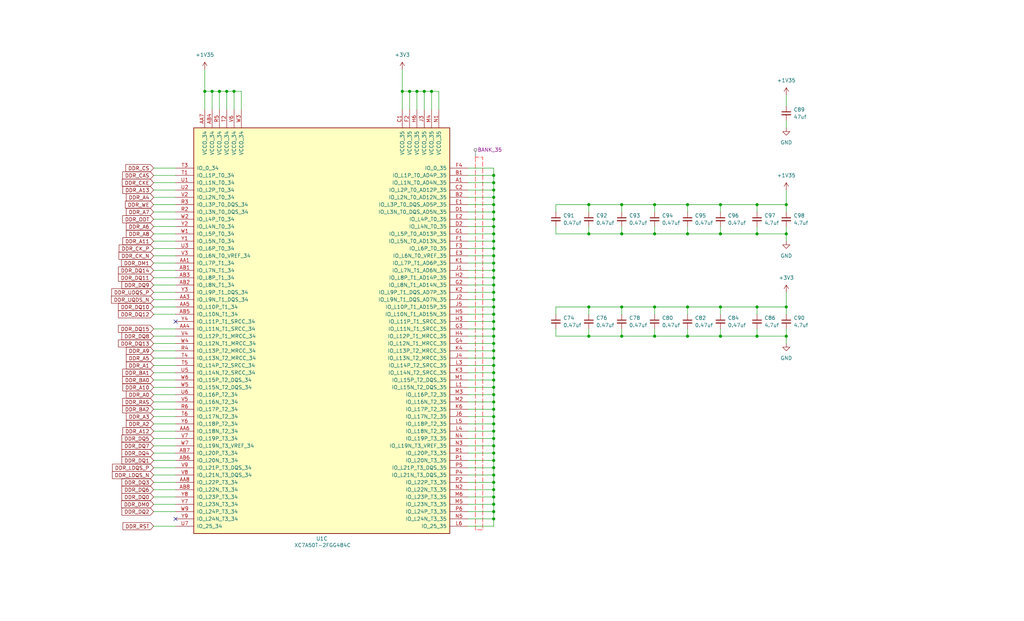
<source format=kicad_sch>
(kicad_sch (version 20250114) (generator "eeschema") (generator_version "9.0")
  (paper "USLegal")
  (junction (at 171.45 162.56))
  (junction (at 215.9 116.84))
  (junction (at 171.45 73.66))
  (junction (at 171.45 119.38))
  (junction (at 149.86 31.75))
  (junction (at 171.45 66.04))
  (junction (at 171.45 109.22))
  (junction (at 78.74 31.75))
  (junction (at 139.7 31.75))
  (junction (at 238.76 106.68))
  (junction (at 171.45 93.98))
  (junction (at 73.66 31.75))
  (junction (at 171.45 132.08))
  (junction (at 238.76 81.28))
  (junction (at 171.45 167.64))
  (junction (at 171.45 175.26))
  (junction (at 262.89 71.12))
  (junction (at 262.89 106.68))
  (junction (at 171.45 177.8))
  (junction (at 171.45 157.48))
  (junction (at 262.89 81.28))
  (junction (at 171.45 106.68))
  (junction (at 171.45 154.94))
  (junction (at 171.45 160.02))
  (junction (at 250.19 106.68))
  (junction (at 171.45 68.58))
  (junction (at 171.45 165.1))
  (junction (at 273.05 116.84))
  (junction (at 227.33 106.68))
  (junction (at 171.45 96.52))
  (junction (at 215.9 106.68))
  (junction (at 171.45 124.46))
  (junction (at 204.47 71.12))
  (junction (at 171.45 88.9))
  (junction (at 227.33 71.12))
  (junction (at 171.45 180.34))
  (junction (at 71.12 31.75))
  (junction (at 273.05 71.12))
  (junction (at 171.45 83.82))
  (junction (at 171.45 101.6))
  (junction (at 273.05 106.68))
  (junction (at 171.45 63.5))
  (junction (at 171.45 116.84))
  (junction (at 250.19 116.84))
  (junction (at 144.78 31.75))
  (junction (at 204.47 81.28))
  (junction (at 171.45 91.44))
  (junction (at 273.05 81.28))
  (junction (at 171.45 129.54))
  (junction (at 171.45 99.06))
  (junction (at 171.45 76.2))
  (junction (at 238.76 116.84))
  (junction (at 215.9 81.28))
  (junction (at 171.45 127))
  (junction (at 227.33 81.28))
  (junction (at 204.47 116.84))
  (junction (at 171.45 78.74))
  (junction (at 81.28 31.75))
  (junction (at 204.47 106.68))
  (junction (at 76.2 31.75))
  (junction (at 171.45 121.92))
  (junction (at 171.45 81.28))
  (junction (at 171.45 71.12))
  (junction (at 171.45 60.96))
  (junction (at 171.45 111.76))
  (junction (at 171.45 142.24))
  (junction (at 171.45 172.72))
  (junction (at 227.33 116.84))
  (junction (at 171.45 170.18))
  (junction (at 147.32 31.75))
  (junction (at 171.45 149.86))
  (junction (at 171.45 134.62))
  (junction (at 171.45 86.36))
  (junction (at 171.45 144.78))
  (junction (at 171.45 104.14))
  (junction (at 238.76 71.12))
  (junction (at 171.45 147.32))
  (junction (at 215.9 71.12))
  (junction (at 142.24 31.75))
  (junction (at 250.19 81.28))
  (junction (at 171.45 114.3))
  (junction (at 171.45 139.7))
  (junction (at 262.89 116.84))
  (junction (at 171.45 152.4))
  (junction (at 250.19 71.12))
  (junction (at 171.45 137.16))
  (no_connect (at 60.96 180.34))
  (no_connect (at 60.96 111.76))
  (wire (pts (xy 53.34 137.16) (xy 60.96 137.16)))
  (wire (pts (xy 152.4 31.75) (xy 152.4 38.1)))
  (wire (pts (xy 171.45 144.78) (xy 162.56 144.78)))
  (wire (pts (xy 53.34 175.26) (xy 60.96 175.26)))
  (wire (pts (xy 53.34 68.58) (xy 60.96 68.58)))
  (wire (pts (xy 53.34 66.04) (xy 60.96 66.04)))
  (wire (pts (xy 215.9 116.84) (xy 227.33 116.84)))
  (wire (pts (xy 171.45 60.96) (xy 162.56 60.96)))
  (wire (pts (xy 53.34 73.66) (xy 60.96 73.66)))
  (wire (pts (xy 250.19 78.74) (xy 250.19 81.28)))
  (wire (pts (xy 171.45 172.72) (xy 171.45 175.26)))
  (wire (pts (xy 53.34 81.28) (xy 60.96 81.28)))
  (wire (pts (xy 83.82 31.75) (xy 83.82 38.1)))
  (wire (pts (xy 171.45 137.16) (xy 171.45 139.7)))
  (wire (pts (xy 171.45 170.18) (xy 171.45 172.72)))
  (wire (pts (xy 171.45 129.54) (xy 162.56 129.54)))
  (wire (pts (xy 204.47 71.12) (xy 204.47 73.66)))
  (wire (pts (xy 227.33 106.68) (xy 238.76 106.68)))
  (wire (pts (xy 144.78 31.75) (xy 144.78 38.1)))
  (wire (pts (xy 171.45 127) (xy 162.56 127)))
  (wire (pts (xy 171.45 111.76) (xy 171.45 114.3)))
  (wire (pts (xy 53.34 88.9) (xy 60.96 88.9)))
  (wire (pts (xy 149.86 31.75) (xy 149.86 38.1)))
  (wire (pts (xy 53.34 167.64) (xy 60.96 167.64)))
  (wire (pts (xy 171.45 73.66) (xy 171.45 76.2)))
  (wire (pts (xy 171.45 88.9) (xy 171.45 91.44)))
  (wire (pts (xy 171.45 91.44) (xy 171.45 93.98)))
  (wire (pts (xy 238.76 71.12) (xy 238.76 73.66)))
  (wire (pts (xy 171.45 142.24) (xy 171.45 144.78)))
  (wire (pts (xy 171.45 63.5) (xy 171.45 66.04)))
  (wire (pts (xy 53.34 160.02) (xy 60.96 160.02)))
  (wire (pts (xy 73.66 31.75) (xy 76.2 31.75)))
  (wire (pts (xy 171.45 78.74) (xy 162.56 78.74)))
  (wire (pts (xy 262.89 106.68) (xy 262.89 109.22)))
  (wire (pts (xy 171.45 121.92) (xy 171.45 124.46)))
  (wire (pts (xy 215.9 106.68) (xy 227.33 106.68)))
  (wire (pts (xy 273.05 66.04) (xy 273.05 71.12)))
  (wire (pts (xy 53.34 182.88) (xy 60.96 182.88)))
  (wire (pts (xy 53.34 162.56) (xy 60.96 162.56)))
  (wire (pts (xy 53.34 83.82) (xy 60.96 83.82)))
  (wire (pts (xy 262.89 116.84) (xy 273.05 116.84)))
  (wire (pts (xy 171.45 134.62) (xy 162.56 134.62)))
  (wire (pts (xy 171.45 144.78) (xy 171.45 147.32)))
  (wire (pts (xy 78.74 31.75) (xy 78.74 38.1)))
  (wire (pts (xy 250.19 114.3) (xy 250.19 116.84)))
  (wire (pts (xy 171.45 165.1) (xy 171.45 167.64)))
  (wire (pts (xy 250.19 106.68) (xy 262.89 106.68)))
  (wire (pts (xy 171.45 66.04) (xy 171.45 68.58)))
  (wire (pts (xy 273.05 73.66) (xy 273.05 71.12)))
  (wire (pts (xy 193.04 116.84) (xy 204.47 116.84)))
  (wire (pts (xy 250.19 106.68) (xy 250.19 109.22)))
  (wire (pts (xy 53.34 144.78) (xy 60.96 144.78)))
  (wire (pts (xy 53.34 132.08) (xy 60.96 132.08)))
  (wire (pts (xy 193.04 71.12) (xy 204.47 71.12)))
  (wire (pts (xy 273.05 81.28) (xy 273.05 78.74)))
  (wire (pts (xy 53.34 109.22) (xy 60.96 109.22)))
  (wire (pts (xy 171.45 68.58) (xy 162.56 68.58)))
  (wire (pts (xy 171.45 132.08) (xy 171.45 134.62)))
  (wire (pts (xy 53.34 86.36) (xy 60.96 86.36)))
  (wire (pts (xy 227.33 81.28) (xy 238.76 81.28)))
  (wire (pts (xy 171.45 66.04) (xy 162.56 66.04)))
  (wire (pts (xy 53.34 71.12) (xy 60.96 71.12)))
  (wire (pts (xy 53.34 129.54) (xy 60.96 129.54)))
  (wire (pts (xy 193.04 73.66) (xy 193.04 71.12)))
  (wire (pts (xy 71.12 31.75) (xy 73.66 31.75)))
  (wire (pts (xy 171.45 160.02) (xy 171.45 162.56)))
  (wire (pts (xy 171.45 109.22) (xy 162.56 109.22)))
  (wire (pts (xy 53.34 91.44) (xy 60.96 91.44)))
  (wire (pts (xy 193.04 106.68) (xy 204.47 106.68)))
  (wire (pts (xy 171.45 180.34) (xy 162.56 180.34)))
  (wire (pts (xy 171.45 116.84) (xy 171.45 119.38)))
  (wire (pts (xy 238.76 106.68) (xy 238.76 109.22)))
  (wire (pts (xy 53.34 154.94) (xy 60.96 154.94)))
  (wire (pts (xy 171.45 76.2) (xy 171.45 78.74)))
  (wire (pts (xy 193.04 114.3) (xy 193.04 116.84)))
  (wire (pts (xy 171.45 114.3) (xy 162.56 114.3)))
  (wire (pts (xy 227.33 71.12) (xy 227.33 73.66)))
  (wire (pts (xy 171.45 175.26) (xy 162.56 175.26)))
  (wire (pts (xy 147.32 31.75) (xy 147.32 38.1)))
  (wire (pts (xy 238.76 116.84) (xy 250.19 116.84)))
  (wire (pts (xy 227.33 78.74) (xy 227.33 81.28)))
  (wire (pts (xy 171.45 81.28) (xy 171.45 83.82)))
  (wire (pts (xy 53.34 149.86) (xy 60.96 149.86)))
  (wire (pts (xy 171.45 172.72) (xy 162.56 172.72)))
  (wire (pts (xy 171.45 137.16) (xy 162.56 137.16)))
  (wire (pts (xy 273.05 33.02) (xy 273.05 36.83)))
  (wire (pts (xy 273.05 116.84) (xy 273.05 114.3)))
  (wire (pts (xy 204.47 106.68) (xy 204.47 109.22)))
  (wire (pts (xy 171.45 134.62) (xy 171.45 137.16)))
  (wire (pts (xy 171.45 177.8) (xy 162.56 177.8)))
  (wire (pts (xy 53.34 104.14) (xy 60.96 104.14)))
  (wire (pts (xy 204.47 116.84) (xy 215.9 116.84)))
  (wire (pts (xy 71.12 38.1) (xy 71.12 31.75)))
  (wire (pts (xy 171.45 63.5) (xy 162.56 63.5)))
  (wire (pts (xy 171.45 88.9) (xy 162.56 88.9)))
  (wire (pts (xy 227.33 116.84) (xy 238.76 116.84)))
  (wire (pts (xy 204.47 114.3) (xy 204.47 116.84)))
  (wire (pts (xy 53.34 170.18) (xy 60.96 170.18)))
  (wire (pts (xy 215.9 106.68) (xy 215.9 109.22)))
  (wire (pts (xy 193.04 81.28) (xy 204.47 81.28)))
  (wire (pts (xy 139.7 24.13) (xy 139.7 31.75)))
  (wire (pts (xy 171.45 106.68) (xy 171.45 109.22)))
  (wire (pts (xy 262.89 78.74) (xy 262.89 81.28)))
  (wire (pts (xy 171.45 109.22) (xy 171.45 111.76)))
  (wire (pts (xy 227.33 71.12) (xy 238.76 71.12)))
  (wire (pts (xy 53.34 78.74) (xy 60.96 78.74)))
  (wire (pts (xy 171.45 71.12) (xy 171.45 73.66)))
  (wire (pts (xy 171.45 106.68) (xy 162.56 106.68)))
  (wire (pts (xy 171.45 93.98) (xy 171.45 96.52)))
  (wire (pts (xy 171.45 132.08) (xy 162.56 132.08)))
  (wire (pts (xy 171.45 101.6) (xy 162.56 101.6)))
  (wire (pts (xy 171.45 116.84) (xy 162.56 116.84)))
  (wire (pts (xy 171.45 76.2) (xy 162.56 76.2)))
  (wire (pts (xy 250.19 116.84) (xy 262.89 116.84)))
  (wire (pts (xy 204.47 78.74) (xy 204.47 81.28)))
  (wire (pts (xy 204.47 71.12) (xy 215.9 71.12)))
  (wire (pts (xy 215.9 114.3) (xy 215.9 116.84)))
  (wire (pts (xy 171.45 149.86) (xy 171.45 152.4)))
  (wire (pts (xy 81.28 31.75) (xy 83.82 31.75)))
  (wire (pts (xy 171.45 147.32) (xy 162.56 147.32)))
  (wire (pts (xy 171.45 142.24) (xy 162.56 142.24)))
  (wire (pts (xy 215.9 81.28) (xy 227.33 81.28)))
  (wire (pts (xy 273.05 101.6) (xy 273.05 106.68)))
  (wire (pts (xy 215.9 71.12) (xy 227.33 71.12)))
  (wire (pts (xy 250.19 71.12) (xy 262.89 71.12)))
  (wire (pts (xy 139.7 31.75) (xy 142.24 31.75)))
  (wire (pts (xy 53.34 139.7) (xy 60.96 139.7)))
  (wire (pts (xy 171.45 96.52) (xy 171.45 99.06)))
  (wire (pts (xy 171.45 154.94) (xy 171.45 157.48)))
  (wire (pts (xy 53.34 99.06) (xy 60.96 99.06)))
  (wire (pts (xy 139.7 38.1) (xy 139.7 31.75)))
  (wire (pts (xy 171.45 60.96) (xy 171.45 63.5)))
  (wire (pts (xy 171.45 139.7) (xy 162.56 139.7)))
  (wire (pts (xy 171.45 71.12) (xy 162.56 71.12)))
  (wire (pts (xy 171.45 162.56) (xy 162.56 162.56)))
  (wire (pts (xy 215.9 78.74) (xy 215.9 81.28)))
  (wire (pts (xy 273.05 116.84) (xy 273.05 119.38)))
  (wire (pts (xy 73.66 31.75) (xy 73.66 38.1)))
  (wire (pts (xy 171.45 124.46) (xy 171.45 127)))
  (wire (pts (xy 53.34 165.1) (xy 60.96 165.1)))
  (wire (pts (xy 250.19 81.28) (xy 262.89 81.28)))
  (wire (pts (xy 262.89 71.12) (xy 262.89 73.66)))
  (wire (pts (xy 76.2 31.75) (xy 76.2 38.1)))
  (wire (pts (xy 142.24 31.75) (xy 142.24 38.1)))
  (wire (pts (xy 53.34 119.38) (xy 60.96 119.38)))
  (wire (pts (xy 273.05 109.22) (xy 273.05 106.68)))
  (wire (pts (xy 53.34 101.6) (xy 60.96 101.6)))
  (wire (pts (xy 171.45 167.64) (xy 162.56 167.64)))
  (wire (pts (xy 171.45 152.4) (xy 162.56 152.4)))
  (wire (pts (xy 171.45 93.98) (xy 162.56 93.98)))
  (wire (pts (xy 171.45 104.14) (xy 162.56 104.14)))
  (wire (pts (xy 171.45 99.06) (xy 162.56 99.06)))
  (wire (pts (xy 250.19 71.12) (xy 250.19 73.66)))
  (wire (pts (xy 204.47 81.28) (xy 215.9 81.28)))
  (wire (pts (xy 71.12 24.13) (xy 71.12 31.75)))
  (wire (pts (xy 142.24 31.75) (xy 144.78 31.75)))
  (wire (pts (xy 53.34 114.3) (xy 60.96 114.3)))
  (wire (pts (xy 171.45 81.28) (xy 162.56 81.28)))
  (wire (pts (xy 204.47 106.68) (xy 215.9 106.68)))
  (wire (pts (xy 53.34 58.42) (xy 60.96 58.42)))
  (wire (pts (xy 53.34 134.62) (xy 60.96 134.62)))
  (wire (pts (xy 171.45 129.54) (xy 171.45 132.08)))
  (wire (pts (xy 171.45 114.3) (xy 171.45 116.84)))
  (wire (pts (xy 171.45 78.74) (xy 171.45 81.28)))
  (wire (pts (xy 78.74 31.75) (xy 81.28 31.75)))
  (wire (pts (xy 53.34 152.4) (xy 60.96 152.4)))
  (wire (pts (xy 53.34 127) (xy 60.96 127)))
  (wire (pts (xy 171.45 180.34) (xy 171.45 182.88)))
  (wire (pts (xy 171.45 119.38) (xy 162.56 119.38)))
  (wire (pts (xy 53.34 93.98) (xy 60.96 93.98)))
  (wire (pts (xy 171.45 152.4) (xy 171.45 154.94)))
  (wire (pts (xy 171.45 124.46) (xy 162.56 124.46)))
  (wire (pts (xy 171.45 101.6) (xy 171.45 104.14)))
  (wire (pts (xy 171.45 91.44) (xy 162.56 91.44)))
  (wire (pts (xy 171.45 99.06) (xy 171.45 101.6)))
  (wire (pts (xy 171.45 83.82) (xy 171.45 86.36)))
  (wire (pts (xy 238.76 71.12) (xy 250.19 71.12)))
  (wire (pts (xy 149.86 31.75) (xy 152.4 31.75)))
  (wire (pts (xy 144.78 31.75) (xy 147.32 31.75)))
  (wire (pts (xy 81.28 31.75) (xy 81.28 38.1)))
  (wire (pts (xy 53.34 76.2) (xy 60.96 76.2)))
  (wire (pts (xy 171.45 147.32) (xy 171.45 149.86)))
  (wire (pts (xy 171.45 157.48) (xy 162.56 157.48)))
  (wire (pts (xy 171.45 162.56) (xy 171.45 165.1)))
  (wire (pts (xy 273.05 41.91) (xy 273.05 44.45)))
  (wire (pts (xy 171.45 96.52) (xy 162.56 96.52)))
  (wire (pts (xy 53.34 63.5) (xy 60.96 63.5)))
  (wire (pts (xy 262.89 81.28) (xy 273.05 81.28)))
  (wire (pts (xy 171.45 127) (xy 171.45 129.54)))
  (wire (pts (xy 171.45 104.14) (xy 171.45 106.68)))
  (wire (pts (xy 171.45 182.88) (xy 162.56 182.88)))
  (wire (pts (xy 171.45 119.38) (xy 171.45 121.92)))
  (wire (pts (xy 193.04 78.74) (xy 193.04 81.28)))
  (wire (pts (xy 53.34 147.32) (xy 60.96 147.32)))
  (wire (pts (xy 238.76 81.28) (xy 250.19 81.28)))
  (wire (pts (xy 162.56 58.42) (xy 171.45 58.42)))
  (wire (pts (xy 171.45 73.66) (xy 162.56 73.66)))
  (wire (pts (xy 171.45 177.8) (xy 171.45 180.34)))
  (wire (pts (xy 53.34 172.72) (xy 60.96 172.72)))
  (wire (pts (xy 171.45 154.94) (xy 162.56 154.94)))
  (wire (pts (xy 215.9 71.12) (xy 215.9 73.66)))
  (wire (pts (xy 171.45 86.36) (xy 162.56 86.36)))
  (wire (pts (xy 53.34 121.92) (xy 60.96 121.92)))
  (wire (pts (xy 53.34 177.8) (xy 60.96 177.8)))
  (wire (pts (xy 53.34 142.24) (xy 60.96 142.24)))
  (wire (pts (xy 171.45 86.36) (xy 171.45 88.9)))
  (wire (pts (xy 76.2 31.75) (xy 78.74 31.75)))
  (wire (pts (xy 238.76 114.3) (xy 238.76 116.84)))
  (wire (pts (xy 171.45 157.48) (xy 171.45 160.02)))
  (wire (pts (xy 193.04 109.22) (xy 193.04 106.68)))
  (wire (pts (xy 262.89 114.3) (xy 262.89 116.84)))
  (wire (pts (xy 171.45 111.76) (xy 162.56 111.76)))
  (wire (pts (xy 227.33 106.68) (xy 227.33 109.22)))
  (wire (pts (xy 53.34 60.96) (xy 60.96 60.96)))
  (wire (pts (xy 171.45 83.82) (xy 162.56 83.82)))
  (wire (pts (xy 171.45 167.64) (xy 171.45 170.18)))
  (wire (pts (xy 171.45 68.58) (xy 171.45 71.12)))
  (wire (pts (xy 171.45 58.42) (xy 171.45 60.96)))
  (wire (pts (xy 171.45 175.26) (xy 171.45 177.8)))
  (wire (pts (xy 53.34 124.46) (xy 60.96 124.46)))
  (wire (pts (xy 171.45 121.92) (xy 162.56 121.92)))
  (wire (pts (xy 53.34 157.48) (xy 60.96 157.48)))
  (wire (pts (xy 147.32 31.75) (xy 149.86 31.75)))
  (wire (pts (xy 238.76 106.68) (xy 250.19 106.68)))
  (wire (pts (xy 171.45 149.86) (xy 162.56 149.86)))
  (wire (pts (xy 53.34 96.52) (xy 60.96 96.52)))
  (wire (pts (xy 171.45 170.18) (xy 162.56 170.18)))
  (wire (pts (xy 171.45 160.02) (xy 162.56 160.02)))
  (wire (pts (xy 53.34 116.84) (xy 60.96 116.84)))
  (wire (pts (xy 273.05 81.28) (xy 273.05 83.82)))
  (wire (pts (xy 227.33 114.3) (xy 227.33 116.84)))
  (wire (pts (xy 262.89 71.12) (xy 273.05 71.12)))
  (wire (pts (xy 53.34 106.68) (xy 60.96 106.68)))
  (wire (pts (xy 262.89 106.68) (xy 273.05 106.68)))
  (wire (pts (xy 171.45 165.1) (xy 162.56 165.1)))
  (wire (pts (xy 238.76 78.74) (xy 238.76 81.28)))
  (wire (pts (xy 171.45 139.7) (xy 171.45 142.24)))
  (global_label "DDR_BA0" (shape input) (at 53.34 132.08 180) (property "Intersheetrefs" "${INTERSHEET_REFS}" (effects (hide yes))))
  (global_label "DDR_DQ2" (shape input) (at 53.34 177.8 180) (property "Intersheetrefs" "${INTERSHEET_REFS}" (effects (hide yes))))
  (global_label "DDR_DQ7" (shape input) (at 53.34 154.94 180) (property "Intersheetrefs" "${INTERSHEET_REFS}" (effects (hide yes))))
  (global_label "DDR_A12" (shape input) (at 53.34 149.86 180) (property "Intersheetrefs" "${INTERSHEET_REFS}" (effects (hide yes))))
  (global_label "DDR_RST" (shape input) (at 53.34 182.88 180) (property "Intersheetrefs" "${INTERSHEET_REFS}" (effects (hide yes))))
  (global_label "DDR_A8" (shape input) (at 53.34 81.28 180) (property "Intersheetrefs" "${INTERSHEET_REFS}" (effects (hide yes))))
  (global_label "DDR_CS" (shape input) (at 53.34 58.42 180) (property "Intersheetrefs" "${INTERSHEET_REFS}" (effects (hide yes))))
  (global_label "DDR_DQ5" (shape input) (at 53.34 152.4 180) (property "Intersheetrefs" "${INTERSHEET_REFS}" (effects (hide yes))))
  (global_label "DDR_DQ1" (shape input) (at 53.34 160.02 180) (property "Intersheetrefs" "${INTERSHEET_REFS}" (effects (hide yes))))
  (global_label "DDR_A2" (shape input) (at 53.34 147.32 180) (property "Intersheetrefs" "${INTERSHEET_REFS}" (effects (hide yes))))
  (global_label "DDR_BA2" (shape input) (at 53.34 142.24 180) (property "Intersheetrefs" "${INTERSHEET_REFS}" (effects (hide yes))))
  (global_label "DDR_BA1" (shape input) (at 53.34 129.54 180) (property "Intersheetrefs" "${INTERSHEET_REFS}" (effects (hide yes))))
  (global_label "DDR_DQ3" (shape input) (at 53.34 167.64 180) (property "Intersheetrefs" "${INTERSHEET_REFS}" (effects (hide yes))))
  (global_label "DDR_CKE" (shape input) (at 53.34 63.5 180) (property "Intersheetrefs" "${INTERSHEET_REFS}" (effects (hide yes))))
  (global_label "DDR_DQ9" (shape input) (at 53.34 99.06 180) (property "Intersheetrefs" "${INTERSHEET_REFS}" (effects (hide yes))))
  (global_label "DDR_ODT" (shape input) (at 53.34 76.2 180) (property "Intersheetrefs" "${INTERSHEET_REFS}" (effects (hide yes))))
  (global_label "DDR_A7" (shape input) (at 53.34 73.66 180) (property "Intersheetrefs" "${INTERSHEET_REFS}" (effects (hide yes))))
  (global_label "DDR_DQ0" (shape input) (at 53.34 172.72 180) (property "Intersheetrefs" "${INTERSHEET_REFS}" (effects (hide yes))))
  (global_label "DDR_RAS" (shape input) (at 53.34 139.7 180) (property "Intersheetrefs" "${INTERSHEET_REFS}" (effects (hide yes))))
  (global_label "DDR_DQ11" (shape input) (at 53.34 96.52 180) (property "Intersheetrefs" "${INTERSHEET_REFS}" (effects (hide yes))))
  (global_label "DDR_A1" (shape input) (at 53.34 127 180) (property "Intersheetrefs" "${INTERSHEET_REFS}" (effects (hide yes))))
  (global_label "DDR_CK_P" (shape input) (at 53.34 86.36 180) (property "Intersheetrefs" "${INTERSHEET_REFS}" (effects (hide yes))))
  (global_label "DDR_UDQS_P" (shape input) (at 53.34 101.6 180) (property "Intersheetrefs" "${INTERSHEET_REFS}" (effects (hide yes))))
  (global_label "DDR_DQ8" (shape input) (at 53.34 116.84 180) (property "Intersheetrefs" "${INTERSHEET_REFS}" (effects (hide yes))))
  (global_label "DDR_A6" (shape input) (at 53.34 78.74 180) (property "Intersheetrefs" "${INTERSHEET_REFS}" (effects (hide yes))))
  (global_label "DDR_DM0" (shape input) (at 53.34 175.26 180) (property "Intersheetrefs" "${INTERSHEET_REFS}" (effects (hide yes))))
  (global_label "DDR_A5" (shape input) (at 53.34 124.46 180) (property "Intersheetrefs" "${INTERSHEET_REFS}" (effects (hide yes))))
  (global_label "DDR_A4" (shape input) (at 53.34 68.58 180) (property "Intersheetrefs" "${INTERSHEET_REFS}" (effects (hide yes))))
  (global_label "DDR_A9" (shape input) (at 53.34 121.92 180) (property "Intersheetrefs" "${INTERSHEET_REFS}" (effects (hide yes))))
  (global_label "DDR_DM1" (shape input) (at 53.34 91.44 180) (property "Intersheetrefs" "${INTERSHEET_REFS}" (effects (hide yes))))
  (global_label "DDR_DQ12" (shape input) (at 53.34 109.22 180) (property "Intersheetrefs" "${INTERSHEET_REFS}" (effects (hide yes))))
  (global_label "DDR_A13" (shape input) (at 53.34 66.04 180) (property "Intersheetrefs" "${INTERSHEET_REFS}" (effects (hide yes))))
  (global_label "DDR_DQ10" (shape input) (at 53.34 106.68 180) (property "Intersheetrefs" "${INTERSHEET_REFS}" (effects (hide yes))))
  (global_label "DDR_A3" (shape input) (at 53.34 144.78 180) (property "Intersheetrefs" "${INTERSHEET_REFS}" (effects (hide yes))))
  (global_label "DDR_A0" (shape input) (at 53.34 137.16 180) (property "Intersheetrefs" "${INTERSHEET_REFS}" (effects (hide yes))))
  (global_label "DDR_DQ15" (shape input) (at 53.34 114.3 180) (property "Intersheetrefs" "${INTERSHEET_REFS}" (effects (hide yes))))
  (global_label "DDR_CK_N" (shape input) (at 53.34 88.9 180) (property "Intersheetrefs" "${INTERSHEET_REFS}" (effects (hide yes))))
  (global_label "DDR_DQ6" (shape input) (at 53.34 170.18 180) (property "Intersheetrefs" "${INTERSHEET_REFS}" (effects (hide yes))))
  (global_label "DDR_LDQS_P" (shape input) (at 53.34 162.56 180) (property "Intersheetrefs" "${INTERSHEET_REFS}" (effects (hide yes))))
  (global_label "DDR_UQDS_N" (shape input) (at 53.34 104.14 180) (property "Intersheetrefs" "${INTERSHEET_REFS}" (effects (hide yes))))
  (global_label "DDR_DQ13" (shape input) (at 53.34 119.38 180) (property "Intersheetrefs" "${INTERSHEET_REFS}" (effects (hide yes))))
  (global_label "DDR_A10" (shape input) (at 53.34 134.62 180) (property "Intersheetrefs" "${INTERSHEET_REFS}" (effects (hide yes))))
  (global_label "DDR_DQ14" (shape input) (at 53.34 93.98 180) (property "Intersheetrefs" "${INTERSHEET_REFS}" (effects (hide yes))))
  (global_label "DDR_DQ4" (shape input) (at 53.34 157.48 180) (property "Intersheetrefs" "${INTERSHEET_REFS}" (effects (hide yes))))
  (global_label "DDR_WE" (shape input) (at 53.34 71.12 180) (property "Intersheetrefs" "${INTERSHEET_REFS}" (effects (hide yes))))
  (global_label "DDR_CAS" (shape input) (at 53.34 60.96 180) (property "Intersheetrefs" "${INTERSHEET_REFS}" (effects (hide yes))))
  (global_label "DDR_LDQS_N" (shape input) (at 53.34 165.1 180) (property "Intersheetrefs" "${INTERSHEET_REFS}" (effects (hide yes))))
  (global_label "DDR_A11" (shape input) (at 53.34 83.82 180) (property "Intersheetrefs" "${INTERSHEET_REFS}" (effects (hide yes))))
  (rule_area (polyline (pts (xy 165.1 54.61) (xy 165.1 184.15) (xy 167.64 184.15) (xy 167.64 54.61)) (stroke (width 0) (type dash))))
  (netclass_flag "" (length 2.54) (shape round) (at 165.1 54.61 0) (property "Netclass" "BANK_35" (at 165.7985 52.07 0) (effects (justify left))))
  (symbol (lib_id "!Misc:C_0.47uf_0201") (at 215.9 111.76 0) (unit 1)
    (property "Reference" "C78" (at 218.44 110.4962 0) (effects (justify left)))
    (property "Value" "0.47uf" (at 218.44 113.0362 0) (effects (justify left)))
    (property "Footprint" "Capacitor_SMD:C_0201_0603Metric" (effects (hide yes)))
    (property "Description" "Unpolarized capacitor 0.47uf 0201" (effects (hide yes)))
    (property "LCSC Part #" "C318543" (effects (hide yes)))
    (property "Digi-Key Part Number" "1276-1337-1-ND" (effects (hide yes)))
  )
  (symbol (lib_id "!Misc:C_4.7uf_0805") (at 262.89 76.2 0) (unit 1)
    (property "Reference" "C97" (at 265.43 74.9362 0) (effects (justify left)))
    (property "Value" "4.7uf" (at 265.43 77.4762 0) (effects (justify left)))
    (property "Footprint" "Capacitor_SMD:C_0805_2012Metric" (effects (hide yes)))
    (property "Description" "Unpolarized capacitor 4.7uf 0805" (effects (hide yes)))
    (property "LCSC Part #" "C1779" (effects (hide yes)))
    (property "Digi-Key Part Number" "1276-1244-1-ND" (effects (hide yes)))
  )
  (symbol (lib_id "!Misc:C_0.47uf_0201") (at 250.19 76.2 0) (unit 1)
    (property "Reference" "C96" (at 252.73 74.9362 0) (effects (justify left)))
    (property "Value" "0.47uf" (at 252.73 77.4762 0) (effects (justify left)))
    (property "Footprint" "Capacitor_SMD:C_0201_0603Metric" (effects (hide yes)))
    (property "Description" "Unpolarized capacitor 0.47uf 0201" (effects (hide yes)))
    (property "LCSC Part #" "C318543" (effects (hide yes)))
    (property "Digi-Key Part Number" "1276-1337-1-ND" (effects (hide yes)))
  )
  (symbol (lib_id "!Misc:C_0.47uf_0201") (at 238.76 76.2 0) (unit 1)
    (property "Reference" "C95" (at 241.3 74.9362 0) (effects (justify left)))
    (property "Value" "0.47uf" (at 241.3 77.4762 0) (effects (justify left)))
    (property "Footprint" "Capacitor_SMD:C_0201_0603Metric" (effects (hide yes)))
    (property "Description" "Unpolarized capacitor 0.47uf 0201" (effects (hide yes)))
    (property "LCSC Part #" "C318543" (effects (hide yes)))
    (property "Digi-Key Part Number" "1276-1337-1-ND" (effects (hide yes)))
  )
  (symbol (lib_id "!Misc:C_4.7uf_0805") (at 273.05 111.76 0) (unit 1)
    (property "Reference" "C90" (at 275.59 110.4962 0) (effects (justify left)))
    (property "Value" "4.7uf" (at 275.59 113.0362 0) (effects (justify left)))
    (property "Footprint" "Capacitor_SMD:C_0805_2012Metric" (effects (hide yes)))
    (property "Description" "Unpolarized capacitor 4.7uf 0805" (effects (hide yes)))
    (property "LCSC Part #" "C1779" (effects (hide yes)))
    (property "Digi-Key Part Number" "1276-1244-1-ND" (effects (hide yes)))
  )
  (symbol (lib_id "!Misc:C_0.47uf_0201") (at 193.04 111.76 0) (unit 1)
    (property "Reference" "C74" (at 195.58 110.4962 0) (effects (justify left)))
    (property "Value" "0.47uf" (at 195.58 113.0362 0) (effects (justify left)))
    (property "Footprint" "Capacitor_SMD:C_0201_0603Metric" (effects (hide yes)))
    (property "Description" "Unpolarized capacitor 0.47uf 0201" (effects (hide yes)))
    (property "LCSC Part #" "C318543" (effects (hide yes)))
    (property "Digi-Key Part Number" "1276-1337-1-ND" (effects (hide yes)))
  )
  (symbol (lib_id "!Misc:C_0.47uf_0201") (at 193.04 76.2 0) (unit 1)
    (property "Reference" "C91" (at 195.58 74.9362 0) (effects (justify left)))
    (property "Value" "0.47uf" (at 195.58 77.4762 0) (effects (justify left)))
    (property "Footprint" "Capacitor_SMD:C_0201_0603Metric" (effects (hide yes)))
    (property "Description" "Unpolarized capacitor 0.47uf 0201" (effects (hide yes)))
    (property "LCSC Part #" "C318543" (effects (hide yes)))
    (property "Digi-Key Part Number" "1276-1337-1-ND" (effects (hide yes)))
  )
  (symbol (lib_id "!Misc:C_0.47uf_0201") (at 204.47 111.76 0) (unit 1)
    (property "Reference" "C76" (at 207.01 110.4962 0) (effects (justify left)))
    (property "Value" "0.47uf" (at 207.01 113.0362 0) (effects (justify left)))
    (property "Footprint" "Capacitor_SMD:C_0201_0603Metric" (effects (hide yes)))
    (property "Description" "Unpolarized capacitor 0.47uf 0201" (effects (hide yes)))
    (property "LCSC Part #" "C318543" (effects (hide yes)))
    (property "Digi-Key Part Number" "1276-1337-1-ND" (effects (hide yes)))
  )
  (symbol (lib_id "!Misc:C_0.47uf_0201") (at 238.76 111.76 0) (unit 1)
    (property "Reference" "C82" (at 241.3 110.4962 0) (effects (justify left)))
    (property "Value" "0.47uf" (at 241.3 113.0362 0) (effects (justify left)))
    (property "Footprint" "Capacitor_SMD:C_0201_0603Metric" (effects (hide yes)))
    (property "Description" "Unpolarized capacitor 0.47uf 0201" (effects (hide yes)))
    (property "LCSC Part #" "C318543" (effects (hide yes)))
    (property "Digi-Key Part Number" "1276-1337-1-ND" (effects (hide yes)))
  )
  (symbol (lib_id "power:GND") (at 273.05 44.45 0) (unit 1)
    (property "Reference" "#PWR0115" (effects (hide yes)))
    (property "Value" "GND" (at 273.05 49.53 0))
    (property "Description" "Power symbol creates a global label with name \"GND\" , ground" (effects (hide yes)))
  )
  (symbol (lib_id "!Misc:C_0.47uf_0201") (at 250.19 111.76 0) (unit 1)
    (property "Reference" "C84" (at 252.73 110.4962 0) (effects (justify left)))
    (property "Value" "0.47uf" (at 252.73 113.0362 0) (effects (justify left)))
    (property "Footprint" "Capacitor_SMD:C_0201_0603Metric" (effects (hide yes)))
    (property "Description" "Unpolarized capacitor 0.47uf 0201" (effects (hide yes)))
    (property "LCSC Part #" "C318543" (effects (hide yes)))
    (property "Digi-Key Part Number" "1276-1337-1-ND" (effects (hide yes)))
  )
  (symbol (lib_id "power:+3V3") (at 273.05 66.04 0) (unit 1)
    (property "Reference" "#PWR0118" (effects (hide yes)))
    (property "Value" "+1V35" (at 273.05 60.96 0))
    (property "Description" "Power symbol creates a global label with name \"+3V3\"" (effects (hide yes)))
  )
  (symbol (lib_id "!Misc:C_0.47uf_0201") (at 204.47 76.2 0) (unit 1)
    (property "Reference" "C92" (at 207.01 74.9362 0) (effects (justify left)))
    (property "Value" "0.47uf" (at 207.01 77.4762 0) (effects (justify left)))
    (property "Footprint" "Capacitor_SMD:C_0201_0603Metric" (effects (hide yes)))
    (property "Description" "Unpolarized capacitor 0.47uf 0201" (effects (hide yes)))
    (property "LCSC Part #" "C318543" (effects (hide yes)))
    (property "Digi-Key Part Number" "1276-1337-1-ND" (effects (hide yes)))
  )
  (symbol (lib_id "!Misc:C_0.47uf_0201") (at 227.33 76.2 0) (unit 1)
    (property "Reference" "C94" (at 229.87 74.9362 0) (effects (justify left)))
    (property "Value" "0.47uf" (at 229.87 77.4762 0) (effects (justify left)))
    (property "Footprint" "Capacitor_SMD:C_0201_0603Metric" (effects (hide yes)))
    (property "Description" "Unpolarized capacitor 0.47uf 0201" (effects (hide yes)))
    (property "LCSC Part #" "C318543" (effects (hide yes)))
    (property "Digi-Key Part Number" "1276-1337-1-ND" (effects (hide yes)))
  )
  (symbol (lib_id "power:+1V0") (at 139.7 24.13 0) (unit 1)
    (property "Reference" "#PWR094" (effects (hide yes)))
    (property "Value" "+3V3" (at 139.7 19.05 0))
    (property "Description" "Power symbol creates a global label with name \"+1V0\"" (effects (hide yes)))
  )
  (symbol (lib_id "power:+3V3") (at 273.05 33.02 0) (unit 1)
    (property "Reference" "#PWR0114" (effects (hide yes)))
    (property "Value" "+1V35" (at 273.05 27.94 0))
    (property "Description" "Power symbol creates a global label with name \"+3V3\"" (effects (hide yes)))
  )
  (symbol (lib_id "power:GND") (at 273.05 83.82 0) (unit 1)
    (property "Reference" "#PWR0119" (effects (hide yes)))
    (property "Value" "GND" (at 273.05 88.9 0))
    (property "Description" "Power symbol creates a global label with name \"GND\" , ground" (effects (hide yes)))
  )
  (symbol (lib_id "!Misc:C_4.7uf_0805") (at 273.05 76.2 0) (unit 1)
    (property "Reference" "C98" (at 275.59 74.9362 0) (effects (justify left)))
    (property "Value" "4.7uf" (at 275.59 77.4762 0) (effects (justify left)))
    (property "Footprint" "Capacitor_SMD:C_0805_2012Metric" (effects (hide yes)))
    (property "Description" "Unpolarized capacitor 4.7uf 0805" (effects (hide yes)))
    (property "LCSC Part #" "C1779" (effects (hide yes)))
    (property "Digi-Key Part Number" "1276-1244-1-ND" (effects (hide yes)))
  )
  (symbol (lib_id "power:+3V3") (at 273.05 101.6 0) (unit 1)
    (property "Reference" "#PWR0116" (effects (hide yes)))
    (property "Value" "+3V3" (at 273.05 96.52 0))
    (property "Description" "Power symbol creates a global label with name \"+3V3\"" (effects (hide yes)))
  )
  (symbol (lib_id "!Misc:C_0.47uf_0201") (at 227.33 111.76 0) (unit 1)
    (property "Reference" "C80" (at 229.87 110.4962 0) (effects (justify left)))
    (property "Value" "0.47uf" (at 229.87 113.0362 0) (effects (justify left)))
    (property "Footprint" "Capacitor_SMD:C_0201_0603Metric" (effects (hide yes)))
    (property "Description" "Unpolarized capacitor 0.47uf 0201" (effects (hide yes)))
    (property "LCSC Part #" "C318543" (effects (hide yes)))
    (property "Digi-Key Part Number" "1276-1337-1-ND" (effects (hide yes)))
  )
  (symbol (lib_id "!Misc:C_0.47uf_0201") (at 215.9 76.2 0) (unit 1)
    (property "Reference" "C93" (at 218.44 74.9362 0) (effects (justify left)))
    (property "Value" "0.47uf" (at 218.44 77.4762 0) (effects (justify left)))
    (property "Footprint" "Capacitor_SMD:C_0201_0603Metric" (effects (hide yes)))
    (property "Description" "Unpolarized capacitor 0.47uf 0201" (effects (hide yes)))
    (property "LCSC Part #" "C318543" (effects (hide yes)))
    (property "Digi-Key Part Number" "1276-1337-1-ND" (effects (hide yes)))
  )
  (symbol (lib_id "power:GND") (at 273.05 119.38 0) (unit 1)
    (property "Reference" "#PWR0117" (effects (hide yes)))
    (property "Value" "GND" (at 273.05 124.46 0))
    (property "Description" "Power symbol creates a global label with name \"GND\" , ground" (effects (hide yes)))
  )
  (symbol (lib_id "!Misc:C_4.7uf_0805") (at 262.89 111.76 0) (unit 1)
    (property "Reference" "C86" (at 265.43 110.4962 0) (effects (justify left)))
    (property "Value" "4.7uf" (at 265.43 113.0362 0) (effects (justify left)))
    (property "Footprint" "Capacitor_SMD:C_0805_2012Metric" (effects (hide yes)))
    (property "Description" "Unpolarized capacitor 4.7uf 0805" (effects (hide yes)))
    (property "LCSC Part #" "C1779" (effects (hide yes)))
    (property "Digi-Key Part Number" "1276-1244-1-ND" (effects (hide yes)))
  )
  (symbol (lib_id "!Misc:C_47uf_1206") (at 273.05 39.37 0) (unit 1)
    (property "Reference" "C89" (at 275.59 38.1062 0) (effects (justify left)))
    (property "Value" "47uf" (at 275.59 40.6462 0) (effects (justify left)))
    (property "Footprint" "Capacitor_SMD:C_1206_3216Metric" (effects (hide yes)))
    (property "Description" "Unpolarized capacitor 47uf 1206" (effects (hide yes)))
    (property "LCSC Part #" "C96123" (effects (hide yes)))
    (property "Digi-Key Part Number" "1276-3063-1-ND" (effects (hide yes)))
  )
  (symbol (lib_id "power:+1V0") (at 71.12 24.13 0) (unit 1)
    (property "Reference" "#PWR093" (effects (hide yes)))
    (property "Value" "+1V35" (at 71.12 19.05 0))
    (property "Description" "Power symbol creates a global label with name \"+1V0\"" (effects (hide yes)))
  )
  (symbol (lib_id "!Xilinx:XC7A50T-FGG484") (at 111.76 111.76 0) (unit 3)
    (property "Reference" "U1" (at 111.76 187.198 0))
    (property "Value" "XC7A50T-2FGG484C" (at 112.014 189.484 0))
    (property "Footprint" "!Xilinx:Xilinx_FGG484" (effects (hide yes)))
    (property "Description" "XC7A50T-2FGG484C" (effects (hide yes)))
    (property "LCSC Part #" "C1550658" (effects (hide yes)))
    (property "Digi-Key Part Number" "122-2082-ND" (effects (hide yes)))
  )
)
</source>
